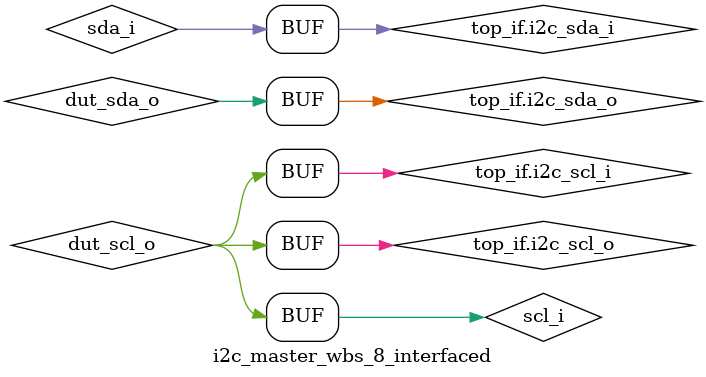
<source format=sv>
/**
 * Top Level DUT's Interface
 */
interface top_interface;

// Generic signals
logic        clk;
logic        rst;

// Host interface
logic  [2:0] wbs_adr_i;   // ADR_I() address
logic  [7:0] wbs_dat_i;   // DAT_I() data in
logic  [7:0] wbs_dat_o;   // DAT_O() data out
logic        wbs_we_i;    // WE_I write enable input
logic        wbs_stb_i;   // STB_I strobe input
logic        wbs_ack_o;   // ACK_O acknowledge output
logic        wbs_cyc_i;   // CYC_I cycle input

// I2C interface
logic        i2c_scl_i;
logic        i2c_scl_o;
logic        i2c_scl_t;
logic        i2c_sda_i;
logic        i2c_sda_o;
logic        i2c_sda_t;

// Responder interface
logic        resp_sda_o;


/**
 * Modports
 */
// master agent driver
modport driver(
    // Generic signals
    input           clk,
    output          rst,

    // Host interface
    output          wbs_adr_i,
    output          wbs_dat_i,
    input           wbs_dat_o,
    output          wbs_we_i, 
    output          wbs_stb_i,
    input           wbs_ack_o,
    output          wbs_cyc_i
);
// slave agent driver
modport driver_slave(
    // Generic signals
    input           clk,
    input          rst,

    // Host interface
    input          wbs_adr_i,
    input          wbs_dat_i,
    input           wbs_dat_o,
    input          wbs_we_i, 
    input          wbs_stb_i,
    input           wbs_ack_o,
    input          wbs_cyc_i
);
// monitor
modport monitor(
    // Generic signals
    input           clk,
    input           rst,

    // Host interface
    input           wbs_adr_i,
    input           wbs_dat_i,
    input           wbs_dat_o,
    input           wbs_we_i, 
    input           wbs_stb_i,
    input           wbs_ack_o,
    input           wbs_cyc_i
);
endinterface

/**
 * Interfaced Top Level DUT
 */
module i2c_master_wbs_8_interfaced (top_interface top_if);

wire sda_i;
wire dut_sda_o;
wire scl_i;
wire dut_scl_o;

// connect scl and sda for inout operation
assign sda_i = dut_sda_o & top_if.resp_sda_o;
assign scl_i = dut_scl_o;

assign top_if.i2c_scl_i = scl_i;
assign top_if.i2c_sda_i = sda_i;
assign top_if.i2c_scl_o = dut_scl_o;
assign top_if.i2c_sda_o = dut_sda_o;

// DUT
i2c_master_wbs_8 DUT(
    // Generic signals
    .clk(top_if.clk),
    .rst(top_if.rst),

    // Host interface
    .wbs_adr_i(top_if.wbs_adr_i),
    .wbs_dat_i(top_if.wbs_dat_i),
    .wbs_dat_o(top_if.wbs_dat_o),
    .wbs_we_i(top_if.wbs_we_i), 
    .wbs_stb_i(top_if.wbs_stb_i),
    .wbs_ack_o(top_if.wbs_ack_o),
    .wbs_cyc_i(top_if.wbs_cyc_i),

    // I2C interface
    .i2c_scl_i(scl_i),
    .i2c_scl_o(dut_scl_o),
    .i2c_scl_t(top_if.i2c_scl_t),
    .i2c_sda_i(sda_i),
    .i2c_sda_o(dut_sda_o),
    .i2c_sda_t(top_if.i2c_sda_t)
);
endmodule
</source>
